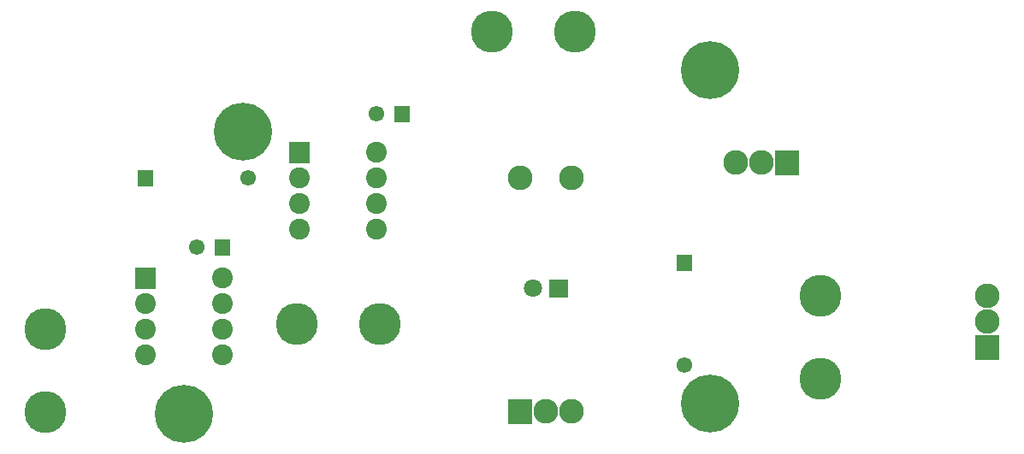
<source format=gbr>
G04 start of page 6 for group -4063 idx -4063 *
G04 Title: (unknown), componentmask *
G04 Creator: pcb 20110918 *
G04 CreationDate: Sun 23 Feb 2014 09:32:49 PM GMT UTC *
G04 For: tyrian *
G04 Format: Gerber/RS-274X *
G04 PCB-Dimensions: 800000 800000 *
G04 PCB-Coordinate-Origin: lower left *
%MOIN*%
%FSLAX25Y25*%
%LNTOPMASK*%
%ADD55C,0.0710*%
%ADD54C,0.0810*%
%ADD53C,0.0610*%
%ADD52C,0.1635*%
%ADD51C,0.2260*%
%ADD50C,0.0960*%
%ADD49C,0.0001*%
G54D49*G36*
X498200Y608800D02*Y599200D01*
X507800D01*
Y608800D01*
X498200D01*
G37*
G54D50*X493000Y604000D03*
X483000D03*
G54D51*X473000Y640000D03*
G54D49*G36*
X576200Y536800D02*Y527200D01*
X585800D01*
Y536800D01*
X576200D01*
G37*
G54D50*X581000Y542000D03*
Y552000D03*
G54D52*X516000Y552142D03*
Y519661D03*
G54D49*G36*
X459950Y568050D02*Y561950D01*
X466050D01*
Y568050D01*
X459950D01*
G37*
G54D53*X463000Y525000D03*
G54D51*X473000Y510000D03*
G54D49*G36*
X279950Y574050D02*Y567950D01*
X286050D01*
Y574050D01*
X279950D01*
G37*
G54D54*X283000Y549000D03*
Y559000D03*
G54D53*X293000Y598000D03*
G54D51*X291000Y616000D03*
G54D53*X273000Y571000D03*
G54D52*X311858Y541000D03*
X344339D03*
G54D54*X283000Y529000D03*
Y539000D03*
G54D49*G36*
X248950Y563050D02*Y554950D01*
X257050D01*
Y563050D01*
X248950D01*
G37*
G36*
X249950Y601050D02*Y594950D01*
X256050D01*
Y601050D01*
X249950D01*
G37*
G54D54*X253000Y549000D03*
G54D52*X214000Y539142D03*
Y506661D03*
G54D54*X253000Y539000D03*
Y529000D03*
G54D51*X268000Y506000D03*
G54D49*G36*
X349950Y626050D02*Y619950D01*
X356050D01*
Y626050D01*
X349950D01*
G37*
G54D52*X387858Y655000D03*
X420339D03*
G54D53*X343000Y623000D03*
G54D54*Y578000D03*
Y588000D03*
Y598000D03*
Y608000D03*
G54D49*G36*
X410450Y558550D02*Y551450D01*
X417550D01*
Y558550D01*
X410450D01*
G37*
G54D55*X404000Y555000D03*
G54D49*G36*
X394200Y511800D02*Y502200D01*
X403800D01*
Y511800D01*
X394200D01*
G37*
G54D50*X409000Y507000D03*
X419000D03*
Y598000D03*
X399000D03*
G54D49*G36*
X308950Y612050D02*Y603950D01*
X317050D01*
Y612050D01*
X308950D01*
G37*
G54D54*X313000Y598000D03*
Y588000D03*
Y578000D03*
M02*

</source>
